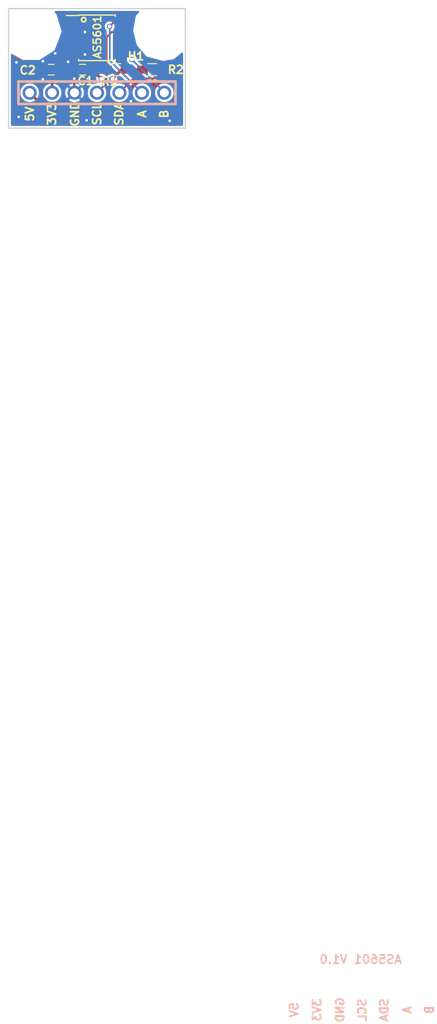
<source format=kicad_pcb>
(kicad_pcb (version 20211014) (generator pcbnew)
  (layers (0 "F.Cu" signal) (31 "B.Cu" signal) (34 "B.Paste" user) (35 "F.Paste" user) (36 "B.SilkS" user "B.Silkscreen") (37 "F.SilkS" user "F.Silkscreen") (38 "B.Mask" user) (39 "F.Mask" user) (44 "Edge.Cuts" user))
  (net 0 "")
  (net 1 "+5V")
  (net 2 "GND")
  (net 3 "+3V3")
  (net 4 "/SDA")
  (net 5 "/SCL")
  (net 6 "/A")
  (net 7 "/B")
  (net 8 "Net-(P2-Pad1)")
  (net 9 "Net-(P3-Pad1)")
  (net 10 "Net-(U1-Pad3)")
  (footprint "Mounting_Holes:MountingHole_3.2mm_M3" (layer "F.Cu") (at 2.5 2.5)
    (fp_text reference "P2" hide)
    (fp_text value "MountHole_M3" hide)
    (pad "" np_thru_hole circle locked (at 0 0) (size 3.2 3.2) (drill 3.2) (layers *.Cu *.Mask) (net 8 "Net-(P2-Pad1)"))
  )
  (footprint "Mounting_Holes:MountingHole_3.2mm_M3" (layer "F.Cu") (at 17.5 2.5)
    (fp_text reference "P3" hide)
    (fp_text value "MountHole_M3" hide)
    (pad "" np_thru_hole circle locked (at 0 0) (size 3.2 3.2) (drill 3.2) (layers *.Cu *.Mask) (net 9 "Net-(P3-Pad1)"))
  )
  (footprint "user:USER_GNDvia" (layer "F.Cu") (at 1.143 12.23)
    (fp_text reference "" hide)
    (fp_text value "" hide)
    (pad "" thru_hole circle locked (at 0 0) (size 0.6 0.6) (drill 0.3) (layers *.Cu) (net 2 "GND") (clearance -0.000001))
  )
  (footprint "user:USER_GNDvia" (layer "F.Cu") (at 18.2245 12.6745)
    (fp_text reference "11" hide)
    (fp_text value "" hide)
    (pad "" thru_hole circle locked (at 0 0) (size 0.6 0.6) (drill 0.3) (layers *.Cu) (net 2 "GND") (clearance -0.000001))
  )
  (footprint "user:USER_GNDvia" (layer "F.Cu") (at 8.636 5.1815)
    (fp_text reference "21" hide)
    (fp_text value "" hide)
    (pad "" thru_hole circle locked (at 0 0) (size 0.6 0.6) (drill 0.3) (layers *.Cu) (net 2 "GND") (clearance -0.000001))
  )
  (footprint "user:USER_GNDvia" (layer "F.Cu") (at 5.2705 5.0545)
    (fp_text reference "31" hide)
    (fp_text value "" hide)
    (pad "" thru_hole circle locked (at 0 0) (size 0.6 0.6) (drill 0.3) (layers *.Cu) (net 2 "GND") (clearance -0.000001))
  )
  (footprint "user:USER_GNDvia" (layer "F.Cu") (at 8.8265 12.611)
    (fp_text reference "41" hide)
    (fp_text value "" hide)
    (pad "" thru_hole circle locked (at 0 0) (size 0.6 0.6) (drill 0.3) (layers *.Cu) (net 2 "GND") (clearance -0.000001))
  )
  (footprint "user:USER_GNDvia" (layer "F.Cu") (at 8.636 2.6415)
    (fp_text reference "51" hide)
    (fp_text value "" hide)
    (pad "" thru_hole circle locked (at 0 0) (size 0.6 0.6) (drill 0.3) (layers *.Cu) (net 2 "GND") (clearance -0.000001))
  )
  (footprint "user:USER_GNDvia" (layer "F.Cu") (at 0.889 6.0705)
    (fp_text reference "12" hide)
    (fp_text value "" hide)
    (pad "" thru_hole circle locked (at 0 0) (size 0.6 0.6) (drill 0.3) (layers *.Cu) (net 2 "GND") (clearance -0.000001))
  )
  (footprint "user:USER_GNDvia" (layer "F.Cu") (at 6.731 6.007)
    (fp_text reference "22" hide)
    (fp_text value "" hide)
    (pad "" thru_hole circle locked (at 0 0) (size 0.6 0.6) (drill 0.3) (layers *.Cu) (net 2 "GND") (clearance -0.000001))
  )
  (footprint "user:USER_GNDvia" (layer "F.Cu") (at 3.8735 5.9435)
    (fp_text reference "32" hide)
    (fp_text value "" hide)
    (pad "" thru_hole circle locked (at 0 0) (size 0.6 0.6) (drill 0.3) (layers *.Cu) (net 2 "GND") (clearance -0.000001))
  )
  (footprint "user:USER_GNDvia" (layer "F.Cu") (at 3.8735 7.9755)
    (fp_text reference "42" hide)
    (fp_text value "" hide)
    (pad "" thru_hole circle locked (at 0 0) (size 0.6 0.6) (drill 0.3) (layers *.Cu) (net 2 "GND") (clearance -0.000001))
  )
  (footprint "user:USER_GNDvia" (layer "F.Cu") (at 7.4295 7.912)
    (fp_text reference "52" hide)
    (fp_text value "" hide)
    (pad "" thru_hole circle locked (at 0 0) (size 0.6 0.6) (drill 0.3) (layers *.Cu) (net 2 "GND") (clearance -0.000001))
  )
  (footprint "user:USER_GNDvia" (layer "F.Cu") (at 13.843 10.452)
    (fp_text reference "41" hide)
    (fp_text value "" hide)
    (pad "" thru_hole circle locked (at 0 0) (size 0.6 0.6) (drill 0.3) (layers *.Cu) (net 2 "GND") (clearance -0.000001))
  )
  (footprint "footprints:C_0603_HandSoldering" (layer "F.Cu") (at 8.382 6.896 180)
    (fp_text reference "C1" hide)
    (fp_text value "0.1u" hide)
    (fp_line (start -0.35 -0.6) (end 0.35 -0.6) (layer "F.SilkS") (width 0.12))
    (fp_line (start 0.35 0.6) (end -0.35 0.6) (layer "F.SilkS") (width 0.12))
    (pad "1" smd rect locked (at -0.95 0 180) (size 1.2 0.75) (layers "F.Cu" "F.Paste" "F.Mask") (net 1 "+5V"))
    (pad "2" smd rect locked (at 0.95 0 180) (size 1.2 0.75) (layers "F.Cu" "F.Paste" "F.Mask") (net 2 "GND"))
  )
  (footprint "footprints:C_0603_HandSoldering" (layer "F.Cu") (at 4.826 6.896 180)
    (fp_text reference "C2" hide)
    (fp_text value "1u" hide)
    (fp_line (start 0.35 0.6) (end -0.35 0.6) (layer "F.SilkS") (width 0.12))
    (fp_line (start -0.35 -0.6) (end 0.35 -0.6) (layer "F.SilkS") (width 0.12))
    (pad "1" smd rect locked (at -0.95 0 180) (size 1.2 0.75) (layers "F.Cu" "F.Paste" "F.Mask") (net 3 "+3V3"))
    (pad "2" smd rect locked (at 0.95 0 180) (size 1.2 0.75) (layers "F.Cu" "F.Paste" "F.Mask") (net 2 "GND"))
  )
  (footprint "footprints:R_0603_HandSoldering" (layer "F.Cu") (at 12.192 6.896 180)
    (fp_text reference "R1" hide)
    (fp_text value "3.9k" hide)
    (fp_line (start -0.5 -0.68) (end 0.5 -0.68) (layer "F.SilkS") (width 0.12))
    (fp_line (start 0.5 0.68) (end -0.5 0.68) (layer "F.SilkS") (width 0.12))
    (pad "1" smd rect locked (at -1.1 0 180) (size 1.2 0.9) (layers "F.Cu" "F.Paste" "F.Mask") (net 1 "+5V"))
    (pad "2" smd rect locked (at 1.1 0 180) (size 1.2 0.9) (layers "F.Cu" "F.Paste" "F.Mask") (net 5 "/SCL"))
  )
  (footprint "footprints:R_0603_HandSoldering" (layer "F.Cu") (at 16.256 6.896)
    (fp_text reference "R2" hide)
    (fp_text value "3.9k" hide)
    (fp_line (start -0.5 -0.68) (end 0.5 -0.68) (layer "F.SilkS") (width 0.12))
    (fp_line (start 0.5 0.68) (end -0.5 0.68) (layer "F.SilkS") (width 0.12))
    (pad "1" smd rect locked (at -1.1 0) (size 1.2 0.9) (layers "F.Cu" "F.Paste" "F.Mask") (net 1 "+5V"))
    (pad "2" smd rect locked (at 1.1 0) (size 1.2 0.9) (layers "F.Cu" "F.Paste" "F.Mask") (net 4 "/SDA"))
  )
  (footprint "footprints:SOIC-8_3.9x4.9mm_Pitch1.27mm" (layer "F.Cu") (at 10 3.3)
    (fp_text reference "U1" hide)
    (fp_text value "AS5601" hide)
    (fp_line (start -2.075 -2.575) (end 2.075 -2.575) (layer "F.SilkS") (width 0.15))
    (fp_line (start -2.075 -2.525) (end -3.475 -2.525) (layer "F.SilkS") (width 0.15))
    (fp_line (start 2.075 2.575) (end 2.075 2.43) (layer "F.SilkS") (width 0.15))
    (fp_line (start -2.075 -2.575) (end -2.075 -2.525) (layer "F.SilkS") (width 0.15))
    (fp_line (start -2.075 2.575) (end 2.075 2.575) (layer "F.SilkS") (width 0.15))
    (fp_line (start 2.075 -2.575) (end 2.075 -2.43) (layer "F.SilkS") (width 0.15))
    (fp_line (start -2.075 2.575) (end -2.075 2.43) (layer "F.SilkS") (width 0.15))
    (pad "1" smd rect locked (at -2.7 -1.905) (size 1.55 0.6) (layers "F.Cu" "F.Paste" "F.Mask") (net 1 "+5V"))
    (pad "2" smd rect locked (at -2.7 -0.635) (size 1.55 0.6) (layers "F.Cu" "F.Paste" "F.Mask") (net 3 "+3V3"))
    (pad "3" smd rect locked (at -2.7 0.635) (size 1.55 0.6) (layers "F.Cu" "F.Paste" "F.Mask") (net 10 "Net-(U1-Pad3)"))
    (pad "4" smd rect locked (at -2.7 1.905) (size 1.55 0.6) (layers "F.Cu" "F.Paste" "F.Mask") (net 2 "GND"))
    (pad "5" smd rect locked (at 2.7 1.905) (size 1.55 0.6) (layers "F.Cu" "F.Paste" "F.Mask") (net 7 "/B"))
    (pad "6" smd rect locked (at 2.7 0.635) (size 1.55 0.6) (layers "F.Cu" "F.Paste" "F.Mask") (net 4 "/SDA"))
    (pad "7" smd rect locked (at 2.7 -0.635) (size 1.55 0.6) (layers "F.Cu" "F.Paste" "F.Mask") (net 5 "/SCL"))
    (pad "8" smd rect locked (at 2.7 -1.905) (size 1.55 0.6) (layers "F.Cu" "F.Paste" "F.Mask") (net 6 "/A"))
  )
  (footprint "footprints:USER_SIL-7" (layer "B.Cu") (at 10 9.5)
    (fp_text reference "P1" hide)
    (fp_text value "CONN_01X07" hide)
    (fp_line (start 8.89 -1.27) (end -8.89 -1.27) (layer "B.SilkS") (width 0.3048))
    (fp_line (start 8.89 1.27) (end 8.89 -1.27) (layer "B.SilkS") (width 0.3048))
    (fp_line (start -8.89 -1.27) (end -8.89 1.27) (layer "B.SilkS") (width 0.3048))
    (fp_line (start -8.89 1.27) (end 8.89 1.27) (layer "B.SilkS") (width 0.3048))
    (pad "1" thru_hole circle locked (at -7.62 0) (size 1.6 1.6) (drill 1.02) (layers *.Cu *.Mask) (net 1 "+5V"))
    (pad "2" thru_hole circle locked (at -5.08 0) (size 1.6 1.6) (drill 1.02) (layers *.Cu *.Mask) (net 3 "+3V3"))
    (pad "3" thru_hole circle locked (at -2.54 0) (size 1.6 1.6) (drill 1.02) (layers *.Cu *.Mask) (net 2 "GND"))
    (pad "4" thru_hole circle locked (at 0 0) (size 1.6 1.6) (drill 1.02) (layers *.Cu *.Mask) (net 5 "/SCL"))
    (pad "5" thru_hole circle locked (at 2.54 0) (size 1.6 1.6) (drill 1.02) (layers *.Cu *.Mask) (net 4 "/SDA"))
    (pad "6" thru_hole circle locked (at 5.08 0) (size 1.6 1.6) (drill 1.02) (layers *.Cu *.Mask) (net 6 "/A"))
    (pad "7" thru_hole circle locked (at 7.62 0) (size 1.6 1.6) (drill 1.02) (layers *.Cu *.Mask) (net 7 "/B"))
  )
  (gr_circle (center 8.496 1.246) (end 8.746 1.246) (layer "F.SilkS") (width 0.2) (fill none))
  (gr_line (start 20 0) (end 18.5 0) (layer "Edge.Cuts") (width 0.15))
  (gr_line (start 0 0) (end 0 1.5) (layer "Edge.Cuts") (width 0.15))
  (gr_line (start 0 13.5) (end 1.5 13.5) (layer "Edge.Cuts") (width 0.15))
  (gr_line (start 20 13.5) (end 20 12) (layer "Edge.Cuts") (width 0.15))
  (gr_line (start 1.5 13.5) (end 18.5 13.5) (layer "Edge.Cuts") (width 0.15))
  (gr_line (start 0 12) (end 0 13.5) (layer "Edge.Cuts") (width 0.15))
  (gr_line (start 20 1.5) (end 20 12) (layer "Edge.Cuts") (width 0.15))
  (gr_line (start 20 1.5) (end 20 0) (layer "Edge.Cuts") (width 0.15))
  (gr_line (start 1.5 0) (end 0 0) (layer "Edge.Cuts") (width 0.15))
  (gr_line (start 18.5 13.5) (end 20 13.5) (layer "Edge.Cuts") (width 0.15))
  (gr_line (start 1.5 0) (end 18.5 0) (layer "Edge.Cuts") (width 0.15))
  (gr_line (start 0 12) (end 0 1.5) (layer "Edge.Cuts") (width 0.15))
  (gr_text "5V" (at 32.3 113.1 90) (layer "B.SilkS") (effects (font (size 0.9144 0.9144) (thickness 0.2032)) (justify mirror)))
  (gr_text "B" (at 47.6 113.1 90) (layer "B.SilkS") (effects (font (size 0.9144 0.9144) (thickness 0.2032)) (justify mirror)))
  (gr_text "A" (at 45.1 113.1 90) (layer "B.SilkS") (effects (font (size 0.9144 0.9144) (thickness 0.2032)) (justify mirror)))
  (gr_text "AS5601 V1.0" (at 44.6 107.4) (layer "B.SilkS") (effects (font (size 0.9652 0.9652) (thickness 0.1778)) (justify left mirror)))
  (gr_text "GND" (at 37.5 113.1 90) (layer "B.SilkS") (effects (font (size 0.9144 0.9144) (thickness 0.2032)) (justify mirror)))
  (gr_text "SCL" (at 40 113.1 90) (layer "B.SilkS") (effects (font (size 0.9144 0.9144) (thickness 0.2032)) (justify mirror)))
  (gr_text "3V3" (at 34.9 113.1 90) (layer "B.SilkS") (effects (font (size 0.9144 0.9144) (thickness 0.2032)) (justify mirror)))
  (gr_text "SDA" (at 42.5 113.1 90) (layer "B.SilkS") (effects (font (size 0.9144 0.9144) (thickness 0.2032)) (justify mirror)))
  (gr_text "U1" (at 14.4145 5.372) (layer "F.SilkS") (effects (font (size 0.9144 0.9144) (thickness 0.2032))))
  (gr_text "SCL" (at 10 11.9 90) (layer "F.SilkS") (effects (font (size 0.9144 0.9144) (thickness 0.2032))))
  (gr_text "SDA" (at 12.5 11.9 90) (layer "F.SilkS") (effects (font (size 0.9144 0.9144) (thickness 0.2032))))
  (gr_text "C1" (at 8.6995 8.166) (layer "F.SilkS") (effects (font (size 0.9144 0.9144) (thickness 0.2032))))
  (gr_text "AS5601" (at 10.033 3.213 90) (layer "F.SilkS") (effects (font (size 0.8636 0.8636) (thickness 0.1778))))
  (gr_text "R1" (at 11.43 8.2295) (layer "F.SilkS") (effects (font (size 0.9144 0.9144) (thickness 0.2032))))
  (gr_text "C2" (at 2.159 6.9595) (layer "F.SilkS") (effects (font (size 0.9144 0.9144) (thickness 0.2032))))
  (gr_text "B" (at 17.6 11.9 90) (layer "F.SilkS") (effects (font (size 0.9144 0.9144) (thickness 0.2032))))
  (gr_text "5V" (at 2.4 11.9 90) (layer "F.SilkS") (effects (font (size 0.9144 0.9144) (thickness 0.2032))))
  (gr_text "3V3" (at 4.9 11.9 90) (layer "F.SilkS") (effects (font (size 0.9144 0.9144) (thickness 0.2032))))
  (gr_text "R2" (at 18.923 6.896) (layer "F.SilkS") (effects (font (size 0.9144 0.9144) (thickness 0.2032))))
  (gr_text "A" (at 15.1 11.9 90) (layer "F.SilkS") (effects (font (size 0.9144 0.9144) (thickness 0.2032))))
  (gr_text "GND" (at 7.5 11.9 90) (layer "F.SilkS") (effects (font (size 0.9144 0.9144) (thickness 0.2032))))
  (segment (start 11.7475 7.912) (end 12.7635 6.896) (width 0.3048) (layer "F.Cu") (net 1))
  (segment (start 12.7635 6.896) (end 13.292 6.896) (width 0.3048) (layer "F.Cu") (net 1))
  (segment (start 9.4615 6.896) (end 10.4775 7.912) (width 0.3048) (layer "F.Cu") (net 1))
  (segment (start 8.8052 10.6412) (end 8.266 11.1804) (width 0.3048) (layer "F.Cu") (net 1))
  (segment (start 8.8052 7.1533) (end 8.8052 10.6412) (width 0.3048) (layer "F.Cu") (net 1))
  (segment (start 9.332 2.258) (end 9.332 6.6265) (width 0.3048) (layer "F.Cu") (net 1))
  (segment (start 8.266 11.1804) (end 4.0604 11.1804) (width 0.3048) (layer "F.Cu") (net 1))
  (segment (start 7.3 1.395) (end 8.469 1.395) (width 0.3048) (layer "F.Cu") (net 1))
  (segment (start 13.292 6.896) (end 15.156 6.896) (width 0.3048) (layer "F.Cu") (net 1))
  (segment (start 4.0604 11.1804) (end 2.38 9.5) (width 0.3048) (layer "F.Cu") (net 1))
  (segment (start 9.332 6.896) (end 9.4615 6.896) (width 0.3048) (layer "F.Cu") (net 1))
  (segment (start 9.332 6.6265) (end 8.8052 7.1533) (width 0.3048) (layer "F.Cu") (net 1))
  (segment (start 9.332 6.6265) (end 9.332 6.896) (width 0.3048) (layer "F.Cu") (net 1))
  (segment (start 8.469 1.395) (end 9.332 2.258) (width 0.3048) (layer "F.Cu") (net 1))
  (via (at 10.4775 7.912) (size 0.6) (drill 0.4) (layers "F.Cu" "B.Cu") (net 1))
  (via (at 11.7475 7.912) (size 0.6) (drill 0.4) (layers "F.Cu" "B.Cu") (net 1))
  (segment (start 10.4775 7.912) (end 11.7475 7.912) (width 0.3048) (layer "B.Cu") (net 1))
  (segment (start 7.432 5.337) (end 7.3 5.205) (width 0.3048) (layer "F.Cu") (net 2))
  (segment (start 7.46 9.5) (end 7.432 9.472) (width 0.3048) (layer "F.Cu") (net 2))
  (segment (start 7.432 6.896) (end 7.432 5.337) (width 0.3048) (layer "F.Cu") (net 2))
  (segment (start 3.763 7.7145) (end 3.876 7.6015) (width 0.3048) (layer "F.Cu") (net 2))
  (segment (start 6.2385 10.6655) (end 4.4436 10.6655) (width 0.3048) (layer "F.Cu") (net 2))
  (segment (start 3.763 9.9849) (end 3.763 7.7145) (width 0.3048) (layer "F.Cu") (net 2))
  (segment (start 3.876 6.896) (end 3.876 7.6015) (width 0.3048) (layer "F.Cu") (net 2))
  (segment (start 7.432 9.472) (end 7.432 6.896) (width 0.3048) (layer "F.Cu") (net 2))
  (segment (start 4.4436 10.6655) (end 3.763 9.9849) (width 0.3048) (layer "F.Cu") (net 2))
  (segment (start 7.432 9.472) (end 6.2385 10.6655) (width 0.3048) (layer "F.Cu") (net 2))
  (segment (start 6.898 2.665) (end 5.969 3.594) (width 0.3048) (layer "F.Cu") (net 3))
  (segment (start 5.776 6.896) (end 5.776 7.6015) (width 0.3048) (layer "F.Cu") (net 3))
  (segment (start 5.969 3.594) (end 5.969 6.703) (width 0.3048) (layer "F.Cu") (net 3))
  (segment (start 5.776 7.6015) (end 4.92 8.4575) (width 0.3048) (layer "F.Cu") (net 3))
  (segment (start 7.3 2.665) (end 6.898 2.665) (width 0.3048) (layer "F.Cu") (net 3))
  (segment (start 5.969 6.703) (end 5.776 6.896) (width 0.3048) (layer "F.Cu") (net 3))
  (segment (start 4.92 8.4575) (end 4.92 9.5) (width 0.3048) (layer "F.Cu") (net 3))
  (segment (start 17.356 6.345) (end 17.145 6.134) (width 0.2032) (layer "F.Cu") (net 4))
  (segment (start 17.145 6.134) (end 15.8921 6.134) (width 0.2032) (layer "F.Cu") (net 4))
  (segment (start 17.356 7.447) (end 16.9149 7.8881) (width 0.2032) (layer "F.Cu") (net 4))
  (segment (start 16.9149 7.8881) (end 15.6221 7.8881) (width 0.2032) (layer "F.Cu") (net 4))
  (segment (start 13.6931 3.935) (end 15.8921 6.134) (width 0.2032) (layer "F.Cu") (net 4))
  (segment (start 14.1519 7.8881) (end 15.6221 7.8881) (width 0.2032) (layer "F.Cu") (net 4))
  (segment (start 12.54 9.5) (end 14.1519 7.8881) (width 0.2032) (layer "F.Cu") (net 4))
  (segment (start 17.356 6.896) (end 17.356 7.447) (width 0.2032) (layer "F.Cu") (net 4))
  (segment (start 17.356 6.896) (end 17.356 6.345) (width 0.2032) (layer "F.Cu") (net 4))
  (segment (start 12.7 3.935) (end 13.6931 3.935) (width 0.2032) (layer "F.Cu") (net 4))
  (segment (start 11.092 6.1663) (end 11.092 3.2183) (width 0.2032) (layer "F.Cu") (net 5))
  (segment (start 11.092 3.2183) (end 11.6453 2.665) (width 0.2032) (layer "F.Cu") (net 5))
  (segment (start 11.092 8.408) (end 10 9.5) (width 0.2032) (layer "F.Cu") (net 5))
  (segment (start 11.092 6.896) (end 11.092 6.1663) (width 0.2032) (layer "F.Cu") (net 5))
  (segment (start 11.092 6.896) (end 11.092 8.408) (width 0.2032) (layer "F.Cu") (net 5))
  (segment (start 12.7 2.665) (end 11.6453 2.665) (width 0.2032) (layer "F.Cu") (net 5))
  (segment (start 12.0415 1.395) (end 11.43 2.0065) (width 0.2032) (layer "F.Cu") (net 6))
  (segment (start 12.7 1.395) (end 12.0415 1.395) (width 0.2032) (layer "F.Cu") (net 6))
  (via (at 11.43 2.0065) (size 0.6) (drill 0.4) (layers "F.Cu" "B.Cu") (net 6))
  (segment (start 11.43 2.0065) (end 11.4469 2.0065) (width 0.2032) (layer "B.Cu") (net 6))
  (segment (start 11.4469 2.0065) (end 11.43 2.0065) (width 0.2032) (layer "B.Cu") (net 6))
  (segment (start 11.43 2.0065) (end 11.4469 2.0065) (width 0.2032) (layer "B.Cu") (net 6))
  (segment (start 15.08 9.5) (end 11.4469 5.8669) (width 0.2032) (layer "B.Cu") (net 6))
  (segment (start 11.4469 5.8669) (end 11.4469 2.0065) (width 0.2032) (layer "B.Cu") (net 6))
  (segment (start 13.4048 5.205) (end 13.9448 5.745) (width 0.2032) (layer "F.Cu") (net 7))
  (segment (start 12.7 5.205) (end 13.4048 5.205) (width 0.2032) (layer "F.Cu") (net 7))
  (via (at 13.9448 5.745) (size 0.6) (drill 0.4) (layers "F.Cu" "B.Cu") (net 7))
  (segment (start 17.62 9.4202) (end 13.9448 5.745) (width 0.2032) (layer "B.Cu") (net 7))
  (segment (start 17.62 9.5) (end 17.62 9.4202) (width 0.2032) (layer "B.Cu") (net 7))
  (zone (net 0) (net_name "") (layer "F.Cu") (connect_pads (clearance 0)) (min_thickness 0.254)
    (keepout (tracks not_allowed) (vias not_allowed) (pads allowed) (copperpour not_allowed) (footprints allowed))
    (fill (thermal_gap 0.254) (thermal_bridge_width 0.3048))
    (polygon (pts (xy 19.8 4.8) (xy 18.8 5.7) (xy 17.5 5.9) (xy 15.6 5.4) (xy 14.5 4.1) (xy 14.1 2.5) (xy 14.4 1) (xy 15 0.1) (xy 19.3 0.2) (xy 19.8 1) (xy 19.9 4.7)))
  )
  (zone (net 0) (net_name "") (layer "F.Cu") (connect_pads (clearance 0)) (min_thickness 0.254)
    (keepout (tracks not_allowed) (vias not_allowed) (pads allowed) (copperpour not_allowed) (footprints allowed))
    (fill (thermal_gap 0.254) (thermal_bridge_width 0.3048))
    (polygon (pts (xy 0.2 5) (xy 1.6 5.8) (xy 3.5 5.8) (xy 5.2 4.7) (xy 6 2.6) (xy 5.4 0.6) (xy 4.8 0.1) (xy 0.9 0.1) (xy 0.1 0.8)))
  )
  (zone (net 2) (net_name "GND") (layer "F.Cu") (connect_pads (clearance 0.254)) (min_thickness 0.254) (fill yes (thermal_gap 0.254) (thermal_bridge_width 0.3048) (smoothing chamfer) (radius 0.5))
    (polygon (pts (xy 20 13.5) (xy 0 13.5) (xy 0 0) (xy 20 0)))
  )
  (zone (net 0) (net_name "") (layer "B.Cu") (connect_pads (clearance 0)) (min_thickness 0.254)
    (keepout (tracks not_allowed) (vias not_allowed) (pads allowed) (copperpour not_allowed) (footprints allowed))
    (fill (thermal_gap 0.254) (thermal_bridge_width 0.3048))
    (polygon (pts (xy 19.9 4.7) (xy 18.7 5.7) (xy 17.5 5.9) (xy 15.6 5.4) (xy 14.5 4.1) (xy 14.1 2.5) (xy 14.4 0.8) (xy 15.1 0.1) (xy 19.3 0.2) (xy 19.8 1)))
  )
  (zone (net 0) (net_name "") (layer "B.Cu") (connect_pads (clearance 0)) (min_thickness 0.254)
    (keepout (tracks not_allowed) (vias not_allowed) (pads allowed) (copperpour not_allowed) (footprints allowed))
    (fill (thermal_gap 0.254) (thermal_bridge_width 0.3048))
    (polygon (pts (xy 5.4 0.6) (xy 6 2.6) (xy 5.2 4.7) (xy 3.5 5.8) (xy 1.4 5.8) (xy 0.2 5) (xy 0.1 0.8) (xy 0.9 0.1) (xy 4.8 0.1)))
  )
  (zone (net 2) (net_name "GND") (layer "B.Cu") (connect_pads (clearance 0.254)) (min_thickness 0.254) (fill yes (thermal_gap 0.254) (thermal_bridge_width 0.3048) (smoothing chamfer) (radius 0.5))
    (polygon (pts (xy 20 13.5) (xy 0 13.5) (xy 0 0) (xy 20 0)))
  )
)
</source>
